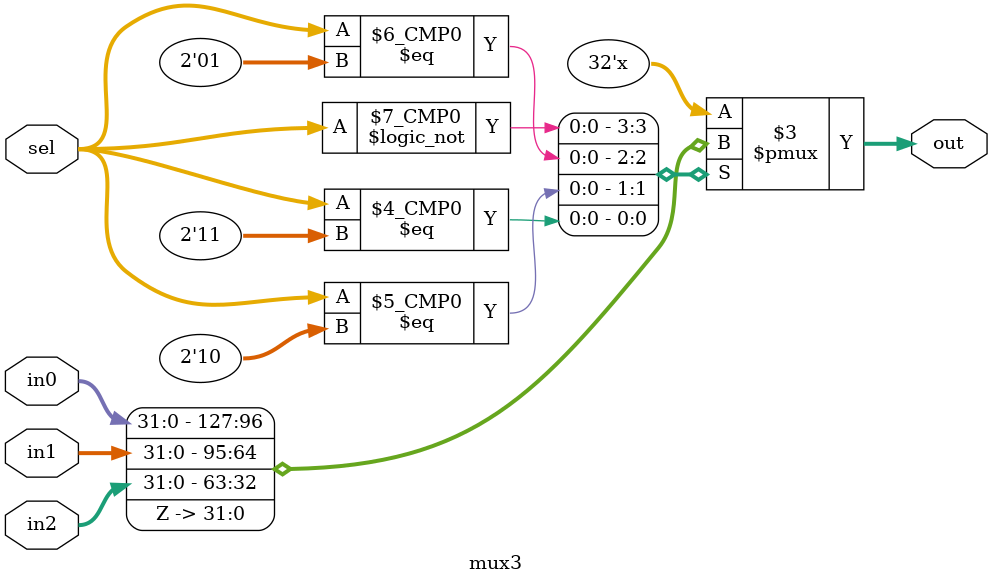
<source format=v>
module mux3(in0, in1, in2, out, sel);
input [31:0] in0, in1, in2;
input [1:0] sel;
output [31:0] out;

reg [31:0] out;

always @(*) begin
	case(sel)
		2'b00: out <= in0;
		2'b01: out <= in1;
		2'b10: out <= in2;
		2'b11: out <= 32'hz;
	endcase
end

initial
	out <= 32'd0;

endmodule

</source>
